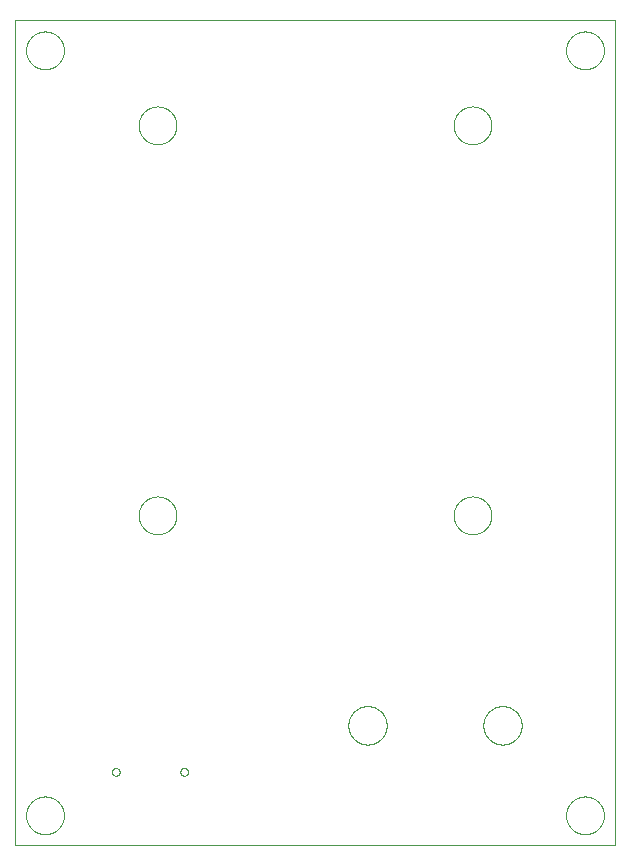
<source format=gbo>
G75*
%MOIN*%
%OFA0B0*%
%FSLAX25Y25*%
%IPPOS*%
%LPD*%
%AMOC8*
5,1,8,0,0,1.08239X$1,22.5*
%
%ADD10C,0.00000*%
D10*
X0001400Y0013000D02*
X0001400Y0288000D01*
X0201400Y0288000D01*
X0201400Y0013000D01*
X0001400Y0013000D01*
X0005101Y0023000D02*
X0005103Y0023158D01*
X0005109Y0023316D01*
X0005119Y0023474D01*
X0005133Y0023632D01*
X0005151Y0023789D01*
X0005172Y0023946D01*
X0005198Y0024102D01*
X0005228Y0024258D01*
X0005261Y0024413D01*
X0005299Y0024566D01*
X0005340Y0024719D01*
X0005385Y0024871D01*
X0005434Y0025022D01*
X0005487Y0025171D01*
X0005543Y0025319D01*
X0005603Y0025465D01*
X0005667Y0025610D01*
X0005735Y0025753D01*
X0005806Y0025895D01*
X0005880Y0026035D01*
X0005958Y0026172D01*
X0006040Y0026308D01*
X0006124Y0026442D01*
X0006213Y0026573D01*
X0006304Y0026702D01*
X0006399Y0026829D01*
X0006496Y0026954D01*
X0006597Y0027076D01*
X0006701Y0027195D01*
X0006808Y0027312D01*
X0006918Y0027426D01*
X0007031Y0027537D01*
X0007146Y0027646D01*
X0007264Y0027751D01*
X0007385Y0027853D01*
X0007508Y0027953D01*
X0007634Y0028049D01*
X0007762Y0028142D01*
X0007892Y0028232D01*
X0008025Y0028318D01*
X0008160Y0028402D01*
X0008296Y0028481D01*
X0008435Y0028558D01*
X0008576Y0028630D01*
X0008718Y0028700D01*
X0008862Y0028765D01*
X0009008Y0028827D01*
X0009155Y0028885D01*
X0009304Y0028940D01*
X0009454Y0028991D01*
X0009605Y0029038D01*
X0009757Y0029081D01*
X0009910Y0029120D01*
X0010065Y0029156D01*
X0010220Y0029187D01*
X0010376Y0029215D01*
X0010532Y0029239D01*
X0010689Y0029259D01*
X0010847Y0029275D01*
X0011004Y0029287D01*
X0011163Y0029295D01*
X0011321Y0029299D01*
X0011479Y0029299D01*
X0011637Y0029295D01*
X0011796Y0029287D01*
X0011953Y0029275D01*
X0012111Y0029259D01*
X0012268Y0029239D01*
X0012424Y0029215D01*
X0012580Y0029187D01*
X0012735Y0029156D01*
X0012890Y0029120D01*
X0013043Y0029081D01*
X0013195Y0029038D01*
X0013346Y0028991D01*
X0013496Y0028940D01*
X0013645Y0028885D01*
X0013792Y0028827D01*
X0013938Y0028765D01*
X0014082Y0028700D01*
X0014224Y0028630D01*
X0014365Y0028558D01*
X0014504Y0028481D01*
X0014640Y0028402D01*
X0014775Y0028318D01*
X0014908Y0028232D01*
X0015038Y0028142D01*
X0015166Y0028049D01*
X0015292Y0027953D01*
X0015415Y0027853D01*
X0015536Y0027751D01*
X0015654Y0027646D01*
X0015769Y0027537D01*
X0015882Y0027426D01*
X0015992Y0027312D01*
X0016099Y0027195D01*
X0016203Y0027076D01*
X0016304Y0026954D01*
X0016401Y0026829D01*
X0016496Y0026702D01*
X0016587Y0026573D01*
X0016676Y0026442D01*
X0016760Y0026308D01*
X0016842Y0026172D01*
X0016920Y0026035D01*
X0016994Y0025895D01*
X0017065Y0025753D01*
X0017133Y0025610D01*
X0017197Y0025465D01*
X0017257Y0025319D01*
X0017313Y0025171D01*
X0017366Y0025022D01*
X0017415Y0024871D01*
X0017460Y0024719D01*
X0017501Y0024566D01*
X0017539Y0024413D01*
X0017572Y0024258D01*
X0017602Y0024102D01*
X0017628Y0023946D01*
X0017649Y0023789D01*
X0017667Y0023632D01*
X0017681Y0023474D01*
X0017691Y0023316D01*
X0017697Y0023158D01*
X0017699Y0023000D01*
X0017697Y0022842D01*
X0017691Y0022684D01*
X0017681Y0022526D01*
X0017667Y0022368D01*
X0017649Y0022211D01*
X0017628Y0022054D01*
X0017602Y0021898D01*
X0017572Y0021742D01*
X0017539Y0021587D01*
X0017501Y0021434D01*
X0017460Y0021281D01*
X0017415Y0021129D01*
X0017366Y0020978D01*
X0017313Y0020829D01*
X0017257Y0020681D01*
X0017197Y0020535D01*
X0017133Y0020390D01*
X0017065Y0020247D01*
X0016994Y0020105D01*
X0016920Y0019965D01*
X0016842Y0019828D01*
X0016760Y0019692D01*
X0016676Y0019558D01*
X0016587Y0019427D01*
X0016496Y0019298D01*
X0016401Y0019171D01*
X0016304Y0019046D01*
X0016203Y0018924D01*
X0016099Y0018805D01*
X0015992Y0018688D01*
X0015882Y0018574D01*
X0015769Y0018463D01*
X0015654Y0018354D01*
X0015536Y0018249D01*
X0015415Y0018147D01*
X0015292Y0018047D01*
X0015166Y0017951D01*
X0015038Y0017858D01*
X0014908Y0017768D01*
X0014775Y0017682D01*
X0014640Y0017598D01*
X0014504Y0017519D01*
X0014365Y0017442D01*
X0014224Y0017370D01*
X0014082Y0017300D01*
X0013938Y0017235D01*
X0013792Y0017173D01*
X0013645Y0017115D01*
X0013496Y0017060D01*
X0013346Y0017009D01*
X0013195Y0016962D01*
X0013043Y0016919D01*
X0012890Y0016880D01*
X0012735Y0016844D01*
X0012580Y0016813D01*
X0012424Y0016785D01*
X0012268Y0016761D01*
X0012111Y0016741D01*
X0011953Y0016725D01*
X0011796Y0016713D01*
X0011637Y0016705D01*
X0011479Y0016701D01*
X0011321Y0016701D01*
X0011163Y0016705D01*
X0011004Y0016713D01*
X0010847Y0016725D01*
X0010689Y0016741D01*
X0010532Y0016761D01*
X0010376Y0016785D01*
X0010220Y0016813D01*
X0010065Y0016844D01*
X0009910Y0016880D01*
X0009757Y0016919D01*
X0009605Y0016962D01*
X0009454Y0017009D01*
X0009304Y0017060D01*
X0009155Y0017115D01*
X0009008Y0017173D01*
X0008862Y0017235D01*
X0008718Y0017300D01*
X0008576Y0017370D01*
X0008435Y0017442D01*
X0008296Y0017519D01*
X0008160Y0017598D01*
X0008025Y0017682D01*
X0007892Y0017768D01*
X0007762Y0017858D01*
X0007634Y0017951D01*
X0007508Y0018047D01*
X0007385Y0018147D01*
X0007264Y0018249D01*
X0007146Y0018354D01*
X0007031Y0018463D01*
X0006918Y0018574D01*
X0006808Y0018688D01*
X0006701Y0018805D01*
X0006597Y0018924D01*
X0006496Y0019046D01*
X0006399Y0019171D01*
X0006304Y0019298D01*
X0006213Y0019427D01*
X0006124Y0019558D01*
X0006040Y0019692D01*
X0005958Y0019828D01*
X0005880Y0019965D01*
X0005806Y0020105D01*
X0005735Y0020247D01*
X0005667Y0020390D01*
X0005603Y0020535D01*
X0005543Y0020681D01*
X0005487Y0020829D01*
X0005434Y0020978D01*
X0005385Y0021129D01*
X0005340Y0021281D01*
X0005299Y0021434D01*
X0005261Y0021587D01*
X0005228Y0021742D01*
X0005198Y0021898D01*
X0005172Y0022054D01*
X0005151Y0022211D01*
X0005133Y0022368D01*
X0005119Y0022526D01*
X0005109Y0022684D01*
X0005103Y0022842D01*
X0005101Y0023000D01*
X0033742Y0037488D02*
X0033744Y0037559D01*
X0033750Y0037630D01*
X0033760Y0037701D01*
X0033774Y0037770D01*
X0033791Y0037839D01*
X0033813Y0037907D01*
X0033838Y0037974D01*
X0033867Y0038039D01*
X0033899Y0038102D01*
X0033935Y0038164D01*
X0033974Y0038223D01*
X0034017Y0038280D01*
X0034062Y0038335D01*
X0034111Y0038387D01*
X0034162Y0038436D01*
X0034216Y0038482D01*
X0034273Y0038526D01*
X0034331Y0038566D01*
X0034392Y0038602D01*
X0034455Y0038636D01*
X0034520Y0038665D01*
X0034586Y0038691D01*
X0034654Y0038714D01*
X0034722Y0038732D01*
X0034792Y0038747D01*
X0034862Y0038758D01*
X0034933Y0038765D01*
X0035004Y0038768D01*
X0035075Y0038767D01*
X0035146Y0038762D01*
X0035217Y0038753D01*
X0035287Y0038740D01*
X0035356Y0038724D01*
X0035424Y0038703D01*
X0035491Y0038679D01*
X0035557Y0038651D01*
X0035620Y0038619D01*
X0035682Y0038584D01*
X0035742Y0038546D01*
X0035800Y0038504D01*
X0035855Y0038460D01*
X0035908Y0038412D01*
X0035958Y0038361D01*
X0036005Y0038308D01*
X0036049Y0038252D01*
X0036090Y0038194D01*
X0036128Y0038133D01*
X0036162Y0038071D01*
X0036192Y0038006D01*
X0036219Y0037941D01*
X0036243Y0037873D01*
X0036262Y0037805D01*
X0036278Y0037736D01*
X0036290Y0037665D01*
X0036298Y0037595D01*
X0036302Y0037524D01*
X0036302Y0037452D01*
X0036298Y0037381D01*
X0036290Y0037311D01*
X0036278Y0037240D01*
X0036262Y0037171D01*
X0036243Y0037103D01*
X0036219Y0037035D01*
X0036192Y0036970D01*
X0036162Y0036905D01*
X0036128Y0036843D01*
X0036090Y0036782D01*
X0036049Y0036724D01*
X0036005Y0036668D01*
X0035958Y0036615D01*
X0035908Y0036564D01*
X0035855Y0036516D01*
X0035800Y0036472D01*
X0035742Y0036430D01*
X0035682Y0036392D01*
X0035620Y0036357D01*
X0035557Y0036325D01*
X0035491Y0036297D01*
X0035424Y0036273D01*
X0035356Y0036252D01*
X0035287Y0036236D01*
X0035217Y0036223D01*
X0035146Y0036214D01*
X0035075Y0036209D01*
X0035004Y0036208D01*
X0034933Y0036211D01*
X0034862Y0036218D01*
X0034792Y0036229D01*
X0034722Y0036244D01*
X0034654Y0036262D01*
X0034586Y0036285D01*
X0034520Y0036311D01*
X0034455Y0036340D01*
X0034392Y0036374D01*
X0034331Y0036410D01*
X0034273Y0036450D01*
X0034216Y0036494D01*
X0034162Y0036540D01*
X0034111Y0036589D01*
X0034062Y0036641D01*
X0034017Y0036696D01*
X0033974Y0036753D01*
X0033935Y0036812D01*
X0033899Y0036874D01*
X0033867Y0036937D01*
X0033838Y0037002D01*
X0033813Y0037069D01*
X0033791Y0037137D01*
X0033774Y0037206D01*
X0033760Y0037275D01*
X0033750Y0037346D01*
X0033744Y0037417D01*
X0033742Y0037488D01*
X0056498Y0037488D02*
X0056500Y0037559D01*
X0056506Y0037630D01*
X0056516Y0037701D01*
X0056530Y0037770D01*
X0056547Y0037839D01*
X0056569Y0037907D01*
X0056594Y0037974D01*
X0056623Y0038039D01*
X0056655Y0038102D01*
X0056691Y0038164D01*
X0056730Y0038223D01*
X0056773Y0038280D01*
X0056818Y0038335D01*
X0056867Y0038387D01*
X0056918Y0038436D01*
X0056972Y0038482D01*
X0057029Y0038526D01*
X0057087Y0038566D01*
X0057148Y0038602D01*
X0057211Y0038636D01*
X0057276Y0038665D01*
X0057342Y0038691D01*
X0057410Y0038714D01*
X0057478Y0038732D01*
X0057548Y0038747D01*
X0057618Y0038758D01*
X0057689Y0038765D01*
X0057760Y0038768D01*
X0057831Y0038767D01*
X0057902Y0038762D01*
X0057973Y0038753D01*
X0058043Y0038740D01*
X0058112Y0038724D01*
X0058180Y0038703D01*
X0058247Y0038679D01*
X0058313Y0038651D01*
X0058376Y0038619D01*
X0058438Y0038584D01*
X0058498Y0038546D01*
X0058556Y0038504D01*
X0058611Y0038460D01*
X0058664Y0038412D01*
X0058714Y0038361D01*
X0058761Y0038308D01*
X0058805Y0038252D01*
X0058846Y0038194D01*
X0058884Y0038133D01*
X0058918Y0038071D01*
X0058948Y0038006D01*
X0058975Y0037941D01*
X0058999Y0037873D01*
X0059018Y0037805D01*
X0059034Y0037736D01*
X0059046Y0037665D01*
X0059054Y0037595D01*
X0059058Y0037524D01*
X0059058Y0037452D01*
X0059054Y0037381D01*
X0059046Y0037311D01*
X0059034Y0037240D01*
X0059018Y0037171D01*
X0058999Y0037103D01*
X0058975Y0037035D01*
X0058948Y0036970D01*
X0058918Y0036905D01*
X0058884Y0036843D01*
X0058846Y0036782D01*
X0058805Y0036724D01*
X0058761Y0036668D01*
X0058714Y0036615D01*
X0058664Y0036564D01*
X0058611Y0036516D01*
X0058556Y0036472D01*
X0058498Y0036430D01*
X0058438Y0036392D01*
X0058376Y0036357D01*
X0058313Y0036325D01*
X0058247Y0036297D01*
X0058180Y0036273D01*
X0058112Y0036252D01*
X0058043Y0036236D01*
X0057973Y0036223D01*
X0057902Y0036214D01*
X0057831Y0036209D01*
X0057760Y0036208D01*
X0057689Y0036211D01*
X0057618Y0036218D01*
X0057548Y0036229D01*
X0057478Y0036244D01*
X0057410Y0036262D01*
X0057342Y0036285D01*
X0057276Y0036311D01*
X0057211Y0036340D01*
X0057148Y0036374D01*
X0057087Y0036410D01*
X0057029Y0036450D01*
X0056972Y0036494D01*
X0056918Y0036540D01*
X0056867Y0036589D01*
X0056818Y0036641D01*
X0056773Y0036696D01*
X0056730Y0036753D01*
X0056691Y0036812D01*
X0056655Y0036874D01*
X0056623Y0036937D01*
X0056594Y0037002D01*
X0056569Y0037069D01*
X0056547Y0037137D01*
X0056530Y0037206D01*
X0056516Y0037275D01*
X0056506Y0037346D01*
X0056500Y0037417D01*
X0056498Y0037488D01*
X0112502Y0053000D02*
X0112504Y0053160D01*
X0112510Y0053319D01*
X0112520Y0053478D01*
X0112534Y0053637D01*
X0112552Y0053796D01*
X0112573Y0053954D01*
X0112599Y0054111D01*
X0112629Y0054268D01*
X0112662Y0054424D01*
X0112700Y0054579D01*
X0112741Y0054733D01*
X0112786Y0054886D01*
X0112835Y0055038D01*
X0112888Y0055188D01*
X0112944Y0055337D01*
X0113004Y0055485D01*
X0113068Y0055631D01*
X0113136Y0055776D01*
X0113207Y0055919D01*
X0113281Y0056060D01*
X0113359Y0056199D01*
X0113441Y0056336D01*
X0113526Y0056471D01*
X0113614Y0056604D01*
X0113705Y0056735D01*
X0113800Y0056863D01*
X0113898Y0056989D01*
X0113999Y0057113D01*
X0114103Y0057233D01*
X0114210Y0057352D01*
X0114320Y0057467D01*
X0114433Y0057580D01*
X0114548Y0057690D01*
X0114667Y0057797D01*
X0114787Y0057901D01*
X0114911Y0058002D01*
X0115037Y0058100D01*
X0115165Y0058195D01*
X0115296Y0058286D01*
X0115429Y0058374D01*
X0115564Y0058459D01*
X0115701Y0058541D01*
X0115840Y0058619D01*
X0115981Y0058693D01*
X0116124Y0058764D01*
X0116269Y0058832D01*
X0116415Y0058896D01*
X0116563Y0058956D01*
X0116712Y0059012D01*
X0116862Y0059065D01*
X0117014Y0059114D01*
X0117167Y0059159D01*
X0117321Y0059200D01*
X0117476Y0059238D01*
X0117632Y0059271D01*
X0117789Y0059301D01*
X0117946Y0059327D01*
X0118104Y0059348D01*
X0118263Y0059366D01*
X0118422Y0059380D01*
X0118581Y0059390D01*
X0118740Y0059396D01*
X0118900Y0059398D01*
X0119060Y0059396D01*
X0119219Y0059390D01*
X0119378Y0059380D01*
X0119537Y0059366D01*
X0119696Y0059348D01*
X0119854Y0059327D01*
X0120011Y0059301D01*
X0120168Y0059271D01*
X0120324Y0059238D01*
X0120479Y0059200D01*
X0120633Y0059159D01*
X0120786Y0059114D01*
X0120938Y0059065D01*
X0121088Y0059012D01*
X0121237Y0058956D01*
X0121385Y0058896D01*
X0121531Y0058832D01*
X0121676Y0058764D01*
X0121819Y0058693D01*
X0121960Y0058619D01*
X0122099Y0058541D01*
X0122236Y0058459D01*
X0122371Y0058374D01*
X0122504Y0058286D01*
X0122635Y0058195D01*
X0122763Y0058100D01*
X0122889Y0058002D01*
X0123013Y0057901D01*
X0123133Y0057797D01*
X0123252Y0057690D01*
X0123367Y0057580D01*
X0123480Y0057467D01*
X0123590Y0057352D01*
X0123697Y0057233D01*
X0123801Y0057113D01*
X0123902Y0056989D01*
X0124000Y0056863D01*
X0124095Y0056735D01*
X0124186Y0056604D01*
X0124274Y0056471D01*
X0124359Y0056336D01*
X0124441Y0056199D01*
X0124519Y0056060D01*
X0124593Y0055919D01*
X0124664Y0055776D01*
X0124732Y0055631D01*
X0124796Y0055485D01*
X0124856Y0055337D01*
X0124912Y0055188D01*
X0124965Y0055038D01*
X0125014Y0054886D01*
X0125059Y0054733D01*
X0125100Y0054579D01*
X0125138Y0054424D01*
X0125171Y0054268D01*
X0125201Y0054111D01*
X0125227Y0053954D01*
X0125248Y0053796D01*
X0125266Y0053637D01*
X0125280Y0053478D01*
X0125290Y0053319D01*
X0125296Y0053160D01*
X0125298Y0053000D01*
X0125296Y0052840D01*
X0125290Y0052681D01*
X0125280Y0052522D01*
X0125266Y0052363D01*
X0125248Y0052204D01*
X0125227Y0052046D01*
X0125201Y0051889D01*
X0125171Y0051732D01*
X0125138Y0051576D01*
X0125100Y0051421D01*
X0125059Y0051267D01*
X0125014Y0051114D01*
X0124965Y0050962D01*
X0124912Y0050812D01*
X0124856Y0050663D01*
X0124796Y0050515D01*
X0124732Y0050369D01*
X0124664Y0050224D01*
X0124593Y0050081D01*
X0124519Y0049940D01*
X0124441Y0049801D01*
X0124359Y0049664D01*
X0124274Y0049529D01*
X0124186Y0049396D01*
X0124095Y0049265D01*
X0124000Y0049137D01*
X0123902Y0049011D01*
X0123801Y0048887D01*
X0123697Y0048767D01*
X0123590Y0048648D01*
X0123480Y0048533D01*
X0123367Y0048420D01*
X0123252Y0048310D01*
X0123133Y0048203D01*
X0123013Y0048099D01*
X0122889Y0047998D01*
X0122763Y0047900D01*
X0122635Y0047805D01*
X0122504Y0047714D01*
X0122371Y0047626D01*
X0122236Y0047541D01*
X0122099Y0047459D01*
X0121960Y0047381D01*
X0121819Y0047307D01*
X0121676Y0047236D01*
X0121531Y0047168D01*
X0121385Y0047104D01*
X0121237Y0047044D01*
X0121088Y0046988D01*
X0120938Y0046935D01*
X0120786Y0046886D01*
X0120633Y0046841D01*
X0120479Y0046800D01*
X0120324Y0046762D01*
X0120168Y0046729D01*
X0120011Y0046699D01*
X0119854Y0046673D01*
X0119696Y0046652D01*
X0119537Y0046634D01*
X0119378Y0046620D01*
X0119219Y0046610D01*
X0119060Y0046604D01*
X0118900Y0046602D01*
X0118740Y0046604D01*
X0118581Y0046610D01*
X0118422Y0046620D01*
X0118263Y0046634D01*
X0118104Y0046652D01*
X0117946Y0046673D01*
X0117789Y0046699D01*
X0117632Y0046729D01*
X0117476Y0046762D01*
X0117321Y0046800D01*
X0117167Y0046841D01*
X0117014Y0046886D01*
X0116862Y0046935D01*
X0116712Y0046988D01*
X0116563Y0047044D01*
X0116415Y0047104D01*
X0116269Y0047168D01*
X0116124Y0047236D01*
X0115981Y0047307D01*
X0115840Y0047381D01*
X0115701Y0047459D01*
X0115564Y0047541D01*
X0115429Y0047626D01*
X0115296Y0047714D01*
X0115165Y0047805D01*
X0115037Y0047900D01*
X0114911Y0047998D01*
X0114787Y0048099D01*
X0114667Y0048203D01*
X0114548Y0048310D01*
X0114433Y0048420D01*
X0114320Y0048533D01*
X0114210Y0048648D01*
X0114103Y0048767D01*
X0113999Y0048887D01*
X0113898Y0049011D01*
X0113800Y0049137D01*
X0113705Y0049265D01*
X0113614Y0049396D01*
X0113526Y0049529D01*
X0113441Y0049664D01*
X0113359Y0049801D01*
X0113281Y0049940D01*
X0113207Y0050081D01*
X0113136Y0050224D01*
X0113068Y0050369D01*
X0113004Y0050515D01*
X0112944Y0050663D01*
X0112888Y0050812D01*
X0112835Y0050962D01*
X0112786Y0051114D01*
X0112741Y0051267D01*
X0112700Y0051421D01*
X0112662Y0051576D01*
X0112629Y0051732D01*
X0112599Y0051889D01*
X0112573Y0052046D01*
X0112552Y0052204D01*
X0112534Y0052363D01*
X0112520Y0052522D01*
X0112510Y0052681D01*
X0112504Y0052840D01*
X0112502Y0053000D01*
X0147601Y0123000D02*
X0147603Y0123158D01*
X0147609Y0123316D01*
X0147619Y0123474D01*
X0147633Y0123632D01*
X0147651Y0123789D01*
X0147672Y0123946D01*
X0147698Y0124102D01*
X0147728Y0124258D01*
X0147761Y0124413D01*
X0147799Y0124566D01*
X0147840Y0124719D01*
X0147885Y0124871D01*
X0147934Y0125022D01*
X0147987Y0125171D01*
X0148043Y0125319D01*
X0148103Y0125465D01*
X0148167Y0125610D01*
X0148235Y0125753D01*
X0148306Y0125895D01*
X0148380Y0126035D01*
X0148458Y0126172D01*
X0148540Y0126308D01*
X0148624Y0126442D01*
X0148713Y0126573D01*
X0148804Y0126702D01*
X0148899Y0126829D01*
X0148996Y0126954D01*
X0149097Y0127076D01*
X0149201Y0127195D01*
X0149308Y0127312D01*
X0149418Y0127426D01*
X0149531Y0127537D01*
X0149646Y0127646D01*
X0149764Y0127751D01*
X0149885Y0127853D01*
X0150008Y0127953D01*
X0150134Y0128049D01*
X0150262Y0128142D01*
X0150392Y0128232D01*
X0150525Y0128318D01*
X0150660Y0128402D01*
X0150796Y0128481D01*
X0150935Y0128558D01*
X0151076Y0128630D01*
X0151218Y0128700D01*
X0151362Y0128765D01*
X0151508Y0128827D01*
X0151655Y0128885D01*
X0151804Y0128940D01*
X0151954Y0128991D01*
X0152105Y0129038D01*
X0152257Y0129081D01*
X0152410Y0129120D01*
X0152565Y0129156D01*
X0152720Y0129187D01*
X0152876Y0129215D01*
X0153032Y0129239D01*
X0153189Y0129259D01*
X0153347Y0129275D01*
X0153504Y0129287D01*
X0153663Y0129295D01*
X0153821Y0129299D01*
X0153979Y0129299D01*
X0154137Y0129295D01*
X0154296Y0129287D01*
X0154453Y0129275D01*
X0154611Y0129259D01*
X0154768Y0129239D01*
X0154924Y0129215D01*
X0155080Y0129187D01*
X0155235Y0129156D01*
X0155390Y0129120D01*
X0155543Y0129081D01*
X0155695Y0129038D01*
X0155846Y0128991D01*
X0155996Y0128940D01*
X0156145Y0128885D01*
X0156292Y0128827D01*
X0156438Y0128765D01*
X0156582Y0128700D01*
X0156724Y0128630D01*
X0156865Y0128558D01*
X0157004Y0128481D01*
X0157140Y0128402D01*
X0157275Y0128318D01*
X0157408Y0128232D01*
X0157538Y0128142D01*
X0157666Y0128049D01*
X0157792Y0127953D01*
X0157915Y0127853D01*
X0158036Y0127751D01*
X0158154Y0127646D01*
X0158269Y0127537D01*
X0158382Y0127426D01*
X0158492Y0127312D01*
X0158599Y0127195D01*
X0158703Y0127076D01*
X0158804Y0126954D01*
X0158901Y0126829D01*
X0158996Y0126702D01*
X0159087Y0126573D01*
X0159176Y0126442D01*
X0159260Y0126308D01*
X0159342Y0126172D01*
X0159420Y0126035D01*
X0159494Y0125895D01*
X0159565Y0125753D01*
X0159633Y0125610D01*
X0159697Y0125465D01*
X0159757Y0125319D01*
X0159813Y0125171D01*
X0159866Y0125022D01*
X0159915Y0124871D01*
X0159960Y0124719D01*
X0160001Y0124566D01*
X0160039Y0124413D01*
X0160072Y0124258D01*
X0160102Y0124102D01*
X0160128Y0123946D01*
X0160149Y0123789D01*
X0160167Y0123632D01*
X0160181Y0123474D01*
X0160191Y0123316D01*
X0160197Y0123158D01*
X0160199Y0123000D01*
X0160197Y0122842D01*
X0160191Y0122684D01*
X0160181Y0122526D01*
X0160167Y0122368D01*
X0160149Y0122211D01*
X0160128Y0122054D01*
X0160102Y0121898D01*
X0160072Y0121742D01*
X0160039Y0121587D01*
X0160001Y0121434D01*
X0159960Y0121281D01*
X0159915Y0121129D01*
X0159866Y0120978D01*
X0159813Y0120829D01*
X0159757Y0120681D01*
X0159697Y0120535D01*
X0159633Y0120390D01*
X0159565Y0120247D01*
X0159494Y0120105D01*
X0159420Y0119965D01*
X0159342Y0119828D01*
X0159260Y0119692D01*
X0159176Y0119558D01*
X0159087Y0119427D01*
X0158996Y0119298D01*
X0158901Y0119171D01*
X0158804Y0119046D01*
X0158703Y0118924D01*
X0158599Y0118805D01*
X0158492Y0118688D01*
X0158382Y0118574D01*
X0158269Y0118463D01*
X0158154Y0118354D01*
X0158036Y0118249D01*
X0157915Y0118147D01*
X0157792Y0118047D01*
X0157666Y0117951D01*
X0157538Y0117858D01*
X0157408Y0117768D01*
X0157275Y0117682D01*
X0157140Y0117598D01*
X0157004Y0117519D01*
X0156865Y0117442D01*
X0156724Y0117370D01*
X0156582Y0117300D01*
X0156438Y0117235D01*
X0156292Y0117173D01*
X0156145Y0117115D01*
X0155996Y0117060D01*
X0155846Y0117009D01*
X0155695Y0116962D01*
X0155543Y0116919D01*
X0155390Y0116880D01*
X0155235Y0116844D01*
X0155080Y0116813D01*
X0154924Y0116785D01*
X0154768Y0116761D01*
X0154611Y0116741D01*
X0154453Y0116725D01*
X0154296Y0116713D01*
X0154137Y0116705D01*
X0153979Y0116701D01*
X0153821Y0116701D01*
X0153663Y0116705D01*
X0153504Y0116713D01*
X0153347Y0116725D01*
X0153189Y0116741D01*
X0153032Y0116761D01*
X0152876Y0116785D01*
X0152720Y0116813D01*
X0152565Y0116844D01*
X0152410Y0116880D01*
X0152257Y0116919D01*
X0152105Y0116962D01*
X0151954Y0117009D01*
X0151804Y0117060D01*
X0151655Y0117115D01*
X0151508Y0117173D01*
X0151362Y0117235D01*
X0151218Y0117300D01*
X0151076Y0117370D01*
X0150935Y0117442D01*
X0150796Y0117519D01*
X0150660Y0117598D01*
X0150525Y0117682D01*
X0150392Y0117768D01*
X0150262Y0117858D01*
X0150134Y0117951D01*
X0150008Y0118047D01*
X0149885Y0118147D01*
X0149764Y0118249D01*
X0149646Y0118354D01*
X0149531Y0118463D01*
X0149418Y0118574D01*
X0149308Y0118688D01*
X0149201Y0118805D01*
X0149097Y0118924D01*
X0148996Y0119046D01*
X0148899Y0119171D01*
X0148804Y0119298D01*
X0148713Y0119427D01*
X0148624Y0119558D01*
X0148540Y0119692D01*
X0148458Y0119828D01*
X0148380Y0119965D01*
X0148306Y0120105D01*
X0148235Y0120247D01*
X0148167Y0120390D01*
X0148103Y0120535D01*
X0148043Y0120681D01*
X0147987Y0120829D01*
X0147934Y0120978D01*
X0147885Y0121129D01*
X0147840Y0121281D01*
X0147799Y0121434D01*
X0147761Y0121587D01*
X0147728Y0121742D01*
X0147698Y0121898D01*
X0147672Y0122054D01*
X0147651Y0122211D01*
X0147633Y0122368D01*
X0147619Y0122526D01*
X0147609Y0122684D01*
X0147603Y0122842D01*
X0147601Y0123000D01*
X0157502Y0053000D02*
X0157504Y0053160D01*
X0157510Y0053319D01*
X0157520Y0053478D01*
X0157534Y0053637D01*
X0157552Y0053796D01*
X0157573Y0053954D01*
X0157599Y0054111D01*
X0157629Y0054268D01*
X0157662Y0054424D01*
X0157700Y0054579D01*
X0157741Y0054733D01*
X0157786Y0054886D01*
X0157835Y0055038D01*
X0157888Y0055188D01*
X0157944Y0055337D01*
X0158004Y0055485D01*
X0158068Y0055631D01*
X0158136Y0055776D01*
X0158207Y0055919D01*
X0158281Y0056060D01*
X0158359Y0056199D01*
X0158441Y0056336D01*
X0158526Y0056471D01*
X0158614Y0056604D01*
X0158705Y0056735D01*
X0158800Y0056863D01*
X0158898Y0056989D01*
X0158999Y0057113D01*
X0159103Y0057233D01*
X0159210Y0057352D01*
X0159320Y0057467D01*
X0159433Y0057580D01*
X0159548Y0057690D01*
X0159667Y0057797D01*
X0159787Y0057901D01*
X0159911Y0058002D01*
X0160037Y0058100D01*
X0160165Y0058195D01*
X0160296Y0058286D01*
X0160429Y0058374D01*
X0160564Y0058459D01*
X0160701Y0058541D01*
X0160840Y0058619D01*
X0160981Y0058693D01*
X0161124Y0058764D01*
X0161269Y0058832D01*
X0161415Y0058896D01*
X0161563Y0058956D01*
X0161712Y0059012D01*
X0161862Y0059065D01*
X0162014Y0059114D01*
X0162167Y0059159D01*
X0162321Y0059200D01*
X0162476Y0059238D01*
X0162632Y0059271D01*
X0162789Y0059301D01*
X0162946Y0059327D01*
X0163104Y0059348D01*
X0163263Y0059366D01*
X0163422Y0059380D01*
X0163581Y0059390D01*
X0163740Y0059396D01*
X0163900Y0059398D01*
X0164060Y0059396D01*
X0164219Y0059390D01*
X0164378Y0059380D01*
X0164537Y0059366D01*
X0164696Y0059348D01*
X0164854Y0059327D01*
X0165011Y0059301D01*
X0165168Y0059271D01*
X0165324Y0059238D01*
X0165479Y0059200D01*
X0165633Y0059159D01*
X0165786Y0059114D01*
X0165938Y0059065D01*
X0166088Y0059012D01*
X0166237Y0058956D01*
X0166385Y0058896D01*
X0166531Y0058832D01*
X0166676Y0058764D01*
X0166819Y0058693D01*
X0166960Y0058619D01*
X0167099Y0058541D01*
X0167236Y0058459D01*
X0167371Y0058374D01*
X0167504Y0058286D01*
X0167635Y0058195D01*
X0167763Y0058100D01*
X0167889Y0058002D01*
X0168013Y0057901D01*
X0168133Y0057797D01*
X0168252Y0057690D01*
X0168367Y0057580D01*
X0168480Y0057467D01*
X0168590Y0057352D01*
X0168697Y0057233D01*
X0168801Y0057113D01*
X0168902Y0056989D01*
X0169000Y0056863D01*
X0169095Y0056735D01*
X0169186Y0056604D01*
X0169274Y0056471D01*
X0169359Y0056336D01*
X0169441Y0056199D01*
X0169519Y0056060D01*
X0169593Y0055919D01*
X0169664Y0055776D01*
X0169732Y0055631D01*
X0169796Y0055485D01*
X0169856Y0055337D01*
X0169912Y0055188D01*
X0169965Y0055038D01*
X0170014Y0054886D01*
X0170059Y0054733D01*
X0170100Y0054579D01*
X0170138Y0054424D01*
X0170171Y0054268D01*
X0170201Y0054111D01*
X0170227Y0053954D01*
X0170248Y0053796D01*
X0170266Y0053637D01*
X0170280Y0053478D01*
X0170290Y0053319D01*
X0170296Y0053160D01*
X0170298Y0053000D01*
X0170296Y0052840D01*
X0170290Y0052681D01*
X0170280Y0052522D01*
X0170266Y0052363D01*
X0170248Y0052204D01*
X0170227Y0052046D01*
X0170201Y0051889D01*
X0170171Y0051732D01*
X0170138Y0051576D01*
X0170100Y0051421D01*
X0170059Y0051267D01*
X0170014Y0051114D01*
X0169965Y0050962D01*
X0169912Y0050812D01*
X0169856Y0050663D01*
X0169796Y0050515D01*
X0169732Y0050369D01*
X0169664Y0050224D01*
X0169593Y0050081D01*
X0169519Y0049940D01*
X0169441Y0049801D01*
X0169359Y0049664D01*
X0169274Y0049529D01*
X0169186Y0049396D01*
X0169095Y0049265D01*
X0169000Y0049137D01*
X0168902Y0049011D01*
X0168801Y0048887D01*
X0168697Y0048767D01*
X0168590Y0048648D01*
X0168480Y0048533D01*
X0168367Y0048420D01*
X0168252Y0048310D01*
X0168133Y0048203D01*
X0168013Y0048099D01*
X0167889Y0047998D01*
X0167763Y0047900D01*
X0167635Y0047805D01*
X0167504Y0047714D01*
X0167371Y0047626D01*
X0167236Y0047541D01*
X0167099Y0047459D01*
X0166960Y0047381D01*
X0166819Y0047307D01*
X0166676Y0047236D01*
X0166531Y0047168D01*
X0166385Y0047104D01*
X0166237Y0047044D01*
X0166088Y0046988D01*
X0165938Y0046935D01*
X0165786Y0046886D01*
X0165633Y0046841D01*
X0165479Y0046800D01*
X0165324Y0046762D01*
X0165168Y0046729D01*
X0165011Y0046699D01*
X0164854Y0046673D01*
X0164696Y0046652D01*
X0164537Y0046634D01*
X0164378Y0046620D01*
X0164219Y0046610D01*
X0164060Y0046604D01*
X0163900Y0046602D01*
X0163740Y0046604D01*
X0163581Y0046610D01*
X0163422Y0046620D01*
X0163263Y0046634D01*
X0163104Y0046652D01*
X0162946Y0046673D01*
X0162789Y0046699D01*
X0162632Y0046729D01*
X0162476Y0046762D01*
X0162321Y0046800D01*
X0162167Y0046841D01*
X0162014Y0046886D01*
X0161862Y0046935D01*
X0161712Y0046988D01*
X0161563Y0047044D01*
X0161415Y0047104D01*
X0161269Y0047168D01*
X0161124Y0047236D01*
X0160981Y0047307D01*
X0160840Y0047381D01*
X0160701Y0047459D01*
X0160564Y0047541D01*
X0160429Y0047626D01*
X0160296Y0047714D01*
X0160165Y0047805D01*
X0160037Y0047900D01*
X0159911Y0047998D01*
X0159787Y0048099D01*
X0159667Y0048203D01*
X0159548Y0048310D01*
X0159433Y0048420D01*
X0159320Y0048533D01*
X0159210Y0048648D01*
X0159103Y0048767D01*
X0158999Y0048887D01*
X0158898Y0049011D01*
X0158800Y0049137D01*
X0158705Y0049265D01*
X0158614Y0049396D01*
X0158526Y0049529D01*
X0158441Y0049664D01*
X0158359Y0049801D01*
X0158281Y0049940D01*
X0158207Y0050081D01*
X0158136Y0050224D01*
X0158068Y0050369D01*
X0158004Y0050515D01*
X0157944Y0050663D01*
X0157888Y0050812D01*
X0157835Y0050962D01*
X0157786Y0051114D01*
X0157741Y0051267D01*
X0157700Y0051421D01*
X0157662Y0051576D01*
X0157629Y0051732D01*
X0157599Y0051889D01*
X0157573Y0052046D01*
X0157552Y0052204D01*
X0157534Y0052363D01*
X0157520Y0052522D01*
X0157510Y0052681D01*
X0157504Y0052840D01*
X0157502Y0053000D01*
X0185101Y0023000D02*
X0185103Y0023158D01*
X0185109Y0023316D01*
X0185119Y0023474D01*
X0185133Y0023632D01*
X0185151Y0023789D01*
X0185172Y0023946D01*
X0185198Y0024102D01*
X0185228Y0024258D01*
X0185261Y0024413D01*
X0185299Y0024566D01*
X0185340Y0024719D01*
X0185385Y0024871D01*
X0185434Y0025022D01*
X0185487Y0025171D01*
X0185543Y0025319D01*
X0185603Y0025465D01*
X0185667Y0025610D01*
X0185735Y0025753D01*
X0185806Y0025895D01*
X0185880Y0026035D01*
X0185958Y0026172D01*
X0186040Y0026308D01*
X0186124Y0026442D01*
X0186213Y0026573D01*
X0186304Y0026702D01*
X0186399Y0026829D01*
X0186496Y0026954D01*
X0186597Y0027076D01*
X0186701Y0027195D01*
X0186808Y0027312D01*
X0186918Y0027426D01*
X0187031Y0027537D01*
X0187146Y0027646D01*
X0187264Y0027751D01*
X0187385Y0027853D01*
X0187508Y0027953D01*
X0187634Y0028049D01*
X0187762Y0028142D01*
X0187892Y0028232D01*
X0188025Y0028318D01*
X0188160Y0028402D01*
X0188296Y0028481D01*
X0188435Y0028558D01*
X0188576Y0028630D01*
X0188718Y0028700D01*
X0188862Y0028765D01*
X0189008Y0028827D01*
X0189155Y0028885D01*
X0189304Y0028940D01*
X0189454Y0028991D01*
X0189605Y0029038D01*
X0189757Y0029081D01*
X0189910Y0029120D01*
X0190065Y0029156D01*
X0190220Y0029187D01*
X0190376Y0029215D01*
X0190532Y0029239D01*
X0190689Y0029259D01*
X0190847Y0029275D01*
X0191004Y0029287D01*
X0191163Y0029295D01*
X0191321Y0029299D01*
X0191479Y0029299D01*
X0191637Y0029295D01*
X0191796Y0029287D01*
X0191953Y0029275D01*
X0192111Y0029259D01*
X0192268Y0029239D01*
X0192424Y0029215D01*
X0192580Y0029187D01*
X0192735Y0029156D01*
X0192890Y0029120D01*
X0193043Y0029081D01*
X0193195Y0029038D01*
X0193346Y0028991D01*
X0193496Y0028940D01*
X0193645Y0028885D01*
X0193792Y0028827D01*
X0193938Y0028765D01*
X0194082Y0028700D01*
X0194224Y0028630D01*
X0194365Y0028558D01*
X0194504Y0028481D01*
X0194640Y0028402D01*
X0194775Y0028318D01*
X0194908Y0028232D01*
X0195038Y0028142D01*
X0195166Y0028049D01*
X0195292Y0027953D01*
X0195415Y0027853D01*
X0195536Y0027751D01*
X0195654Y0027646D01*
X0195769Y0027537D01*
X0195882Y0027426D01*
X0195992Y0027312D01*
X0196099Y0027195D01*
X0196203Y0027076D01*
X0196304Y0026954D01*
X0196401Y0026829D01*
X0196496Y0026702D01*
X0196587Y0026573D01*
X0196676Y0026442D01*
X0196760Y0026308D01*
X0196842Y0026172D01*
X0196920Y0026035D01*
X0196994Y0025895D01*
X0197065Y0025753D01*
X0197133Y0025610D01*
X0197197Y0025465D01*
X0197257Y0025319D01*
X0197313Y0025171D01*
X0197366Y0025022D01*
X0197415Y0024871D01*
X0197460Y0024719D01*
X0197501Y0024566D01*
X0197539Y0024413D01*
X0197572Y0024258D01*
X0197602Y0024102D01*
X0197628Y0023946D01*
X0197649Y0023789D01*
X0197667Y0023632D01*
X0197681Y0023474D01*
X0197691Y0023316D01*
X0197697Y0023158D01*
X0197699Y0023000D01*
X0197697Y0022842D01*
X0197691Y0022684D01*
X0197681Y0022526D01*
X0197667Y0022368D01*
X0197649Y0022211D01*
X0197628Y0022054D01*
X0197602Y0021898D01*
X0197572Y0021742D01*
X0197539Y0021587D01*
X0197501Y0021434D01*
X0197460Y0021281D01*
X0197415Y0021129D01*
X0197366Y0020978D01*
X0197313Y0020829D01*
X0197257Y0020681D01*
X0197197Y0020535D01*
X0197133Y0020390D01*
X0197065Y0020247D01*
X0196994Y0020105D01*
X0196920Y0019965D01*
X0196842Y0019828D01*
X0196760Y0019692D01*
X0196676Y0019558D01*
X0196587Y0019427D01*
X0196496Y0019298D01*
X0196401Y0019171D01*
X0196304Y0019046D01*
X0196203Y0018924D01*
X0196099Y0018805D01*
X0195992Y0018688D01*
X0195882Y0018574D01*
X0195769Y0018463D01*
X0195654Y0018354D01*
X0195536Y0018249D01*
X0195415Y0018147D01*
X0195292Y0018047D01*
X0195166Y0017951D01*
X0195038Y0017858D01*
X0194908Y0017768D01*
X0194775Y0017682D01*
X0194640Y0017598D01*
X0194504Y0017519D01*
X0194365Y0017442D01*
X0194224Y0017370D01*
X0194082Y0017300D01*
X0193938Y0017235D01*
X0193792Y0017173D01*
X0193645Y0017115D01*
X0193496Y0017060D01*
X0193346Y0017009D01*
X0193195Y0016962D01*
X0193043Y0016919D01*
X0192890Y0016880D01*
X0192735Y0016844D01*
X0192580Y0016813D01*
X0192424Y0016785D01*
X0192268Y0016761D01*
X0192111Y0016741D01*
X0191953Y0016725D01*
X0191796Y0016713D01*
X0191637Y0016705D01*
X0191479Y0016701D01*
X0191321Y0016701D01*
X0191163Y0016705D01*
X0191004Y0016713D01*
X0190847Y0016725D01*
X0190689Y0016741D01*
X0190532Y0016761D01*
X0190376Y0016785D01*
X0190220Y0016813D01*
X0190065Y0016844D01*
X0189910Y0016880D01*
X0189757Y0016919D01*
X0189605Y0016962D01*
X0189454Y0017009D01*
X0189304Y0017060D01*
X0189155Y0017115D01*
X0189008Y0017173D01*
X0188862Y0017235D01*
X0188718Y0017300D01*
X0188576Y0017370D01*
X0188435Y0017442D01*
X0188296Y0017519D01*
X0188160Y0017598D01*
X0188025Y0017682D01*
X0187892Y0017768D01*
X0187762Y0017858D01*
X0187634Y0017951D01*
X0187508Y0018047D01*
X0187385Y0018147D01*
X0187264Y0018249D01*
X0187146Y0018354D01*
X0187031Y0018463D01*
X0186918Y0018574D01*
X0186808Y0018688D01*
X0186701Y0018805D01*
X0186597Y0018924D01*
X0186496Y0019046D01*
X0186399Y0019171D01*
X0186304Y0019298D01*
X0186213Y0019427D01*
X0186124Y0019558D01*
X0186040Y0019692D01*
X0185958Y0019828D01*
X0185880Y0019965D01*
X0185806Y0020105D01*
X0185735Y0020247D01*
X0185667Y0020390D01*
X0185603Y0020535D01*
X0185543Y0020681D01*
X0185487Y0020829D01*
X0185434Y0020978D01*
X0185385Y0021129D01*
X0185340Y0021281D01*
X0185299Y0021434D01*
X0185261Y0021587D01*
X0185228Y0021742D01*
X0185198Y0021898D01*
X0185172Y0022054D01*
X0185151Y0022211D01*
X0185133Y0022368D01*
X0185119Y0022526D01*
X0185109Y0022684D01*
X0185103Y0022842D01*
X0185101Y0023000D01*
X0042601Y0123000D02*
X0042603Y0123158D01*
X0042609Y0123316D01*
X0042619Y0123474D01*
X0042633Y0123632D01*
X0042651Y0123789D01*
X0042672Y0123946D01*
X0042698Y0124102D01*
X0042728Y0124258D01*
X0042761Y0124413D01*
X0042799Y0124566D01*
X0042840Y0124719D01*
X0042885Y0124871D01*
X0042934Y0125022D01*
X0042987Y0125171D01*
X0043043Y0125319D01*
X0043103Y0125465D01*
X0043167Y0125610D01*
X0043235Y0125753D01*
X0043306Y0125895D01*
X0043380Y0126035D01*
X0043458Y0126172D01*
X0043540Y0126308D01*
X0043624Y0126442D01*
X0043713Y0126573D01*
X0043804Y0126702D01*
X0043899Y0126829D01*
X0043996Y0126954D01*
X0044097Y0127076D01*
X0044201Y0127195D01*
X0044308Y0127312D01*
X0044418Y0127426D01*
X0044531Y0127537D01*
X0044646Y0127646D01*
X0044764Y0127751D01*
X0044885Y0127853D01*
X0045008Y0127953D01*
X0045134Y0128049D01*
X0045262Y0128142D01*
X0045392Y0128232D01*
X0045525Y0128318D01*
X0045660Y0128402D01*
X0045796Y0128481D01*
X0045935Y0128558D01*
X0046076Y0128630D01*
X0046218Y0128700D01*
X0046362Y0128765D01*
X0046508Y0128827D01*
X0046655Y0128885D01*
X0046804Y0128940D01*
X0046954Y0128991D01*
X0047105Y0129038D01*
X0047257Y0129081D01*
X0047410Y0129120D01*
X0047565Y0129156D01*
X0047720Y0129187D01*
X0047876Y0129215D01*
X0048032Y0129239D01*
X0048189Y0129259D01*
X0048347Y0129275D01*
X0048504Y0129287D01*
X0048663Y0129295D01*
X0048821Y0129299D01*
X0048979Y0129299D01*
X0049137Y0129295D01*
X0049296Y0129287D01*
X0049453Y0129275D01*
X0049611Y0129259D01*
X0049768Y0129239D01*
X0049924Y0129215D01*
X0050080Y0129187D01*
X0050235Y0129156D01*
X0050390Y0129120D01*
X0050543Y0129081D01*
X0050695Y0129038D01*
X0050846Y0128991D01*
X0050996Y0128940D01*
X0051145Y0128885D01*
X0051292Y0128827D01*
X0051438Y0128765D01*
X0051582Y0128700D01*
X0051724Y0128630D01*
X0051865Y0128558D01*
X0052004Y0128481D01*
X0052140Y0128402D01*
X0052275Y0128318D01*
X0052408Y0128232D01*
X0052538Y0128142D01*
X0052666Y0128049D01*
X0052792Y0127953D01*
X0052915Y0127853D01*
X0053036Y0127751D01*
X0053154Y0127646D01*
X0053269Y0127537D01*
X0053382Y0127426D01*
X0053492Y0127312D01*
X0053599Y0127195D01*
X0053703Y0127076D01*
X0053804Y0126954D01*
X0053901Y0126829D01*
X0053996Y0126702D01*
X0054087Y0126573D01*
X0054176Y0126442D01*
X0054260Y0126308D01*
X0054342Y0126172D01*
X0054420Y0126035D01*
X0054494Y0125895D01*
X0054565Y0125753D01*
X0054633Y0125610D01*
X0054697Y0125465D01*
X0054757Y0125319D01*
X0054813Y0125171D01*
X0054866Y0125022D01*
X0054915Y0124871D01*
X0054960Y0124719D01*
X0055001Y0124566D01*
X0055039Y0124413D01*
X0055072Y0124258D01*
X0055102Y0124102D01*
X0055128Y0123946D01*
X0055149Y0123789D01*
X0055167Y0123632D01*
X0055181Y0123474D01*
X0055191Y0123316D01*
X0055197Y0123158D01*
X0055199Y0123000D01*
X0055197Y0122842D01*
X0055191Y0122684D01*
X0055181Y0122526D01*
X0055167Y0122368D01*
X0055149Y0122211D01*
X0055128Y0122054D01*
X0055102Y0121898D01*
X0055072Y0121742D01*
X0055039Y0121587D01*
X0055001Y0121434D01*
X0054960Y0121281D01*
X0054915Y0121129D01*
X0054866Y0120978D01*
X0054813Y0120829D01*
X0054757Y0120681D01*
X0054697Y0120535D01*
X0054633Y0120390D01*
X0054565Y0120247D01*
X0054494Y0120105D01*
X0054420Y0119965D01*
X0054342Y0119828D01*
X0054260Y0119692D01*
X0054176Y0119558D01*
X0054087Y0119427D01*
X0053996Y0119298D01*
X0053901Y0119171D01*
X0053804Y0119046D01*
X0053703Y0118924D01*
X0053599Y0118805D01*
X0053492Y0118688D01*
X0053382Y0118574D01*
X0053269Y0118463D01*
X0053154Y0118354D01*
X0053036Y0118249D01*
X0052915Y0118147D01*
X0052792Y0118047D01*
X0052666Y0117951D01*
X0052538Y0117858D01*
X0052408Y0117768D01*
X0052275Y0117682D01*
X0052140Y0117598D01*
X0052004Y0117519D01*
X0051865Y0117442D01*
X0051724Y0117370D01*
X0051582Y0117300D01*
X0051438Y0117235D01*
X0051292Y0117173D01*
X0051145Y0117115D01*
X0050996Y0117060D01*
X0050846Y0117009D01*
X0050695Y0116962D01*
X0050543Y0116919D01*
X0050390Y0116880D01*
X0050235Y0116844D01*
X0050080Y0116813D01*
X0049924Y0116785D01*
X0049768Y0116761D01*
X0049611Y0116741D01*
X0049453Y0116725D01*
X0049296Y0116713D01*
X0049137Y0116705D01*
X0048979Y0116701D01*
X0048821Y0116701D01*
X0048663Y0116705D01*
X0048504Y0116713D01*
X0048347Y0116725D01*
X0048189Y0116741D01*
X0048032Y0116761D01*
X0047876Y0116785D01*
X0047720Y0116813D01*
X0047565Y0116844D01*
X0047410Y0116880D01*
X0047257Y0116919D01*
X0047105Y0116962D01*
X0046954Y0117009D01*
X0046804Y0117060D01*
X0046655Y0117115D01*
X0046508Y0117173D01*
X0046362Y0117235D01*
X0046218Y0117300D01*
X0046076Y0117370D01*
X0045935Y0117442D01*
X0045796Y0117519D01*
X0045660Y0117598D01*
X0045525Y0117682D01*
X0045392Y0117768D01*
X0045262Y0117858D01*
X0045134Y0117951D01*
X0045008Y0118047D01*
X0044885Y0118147D01*
X0044764Y0118249D01*
X0044646Y0118354D01*
X0044531Y0118463D01*
X0044418Y0118574D01*
X0044308Y0118688D01*
X0044201Y0118805D01*
X0044097Y0118924D01*
X0043996Y0119046D01*
X0043899Y0119171D01*
X0043804Y0119298D01*
X0043713Y0119427D01*
X0043624Y0119558D01*
X0043540Y0119692D01*
X0043458Y0119828D01*
X0043380Y0119965D01*
X0043306Y0120105D01*
X0043235Y0120247D01*
X0043167Y0120390D01*
X0043103Y0120535D01*
X0043043Y0120681D01*
X0042987Y0120829D01*
X0042934Y0120978D01*
X0042885Y0121129D01*
X0042840Y0121281D01*
X0042799Y0121434D01*
X0042761Y0121587D01*
X0042728Y0121742D01*
X0042698Y0121898D01*
X0042672Y0122054D01*
X0042651Y0122211D01*
X0042633Y0122368D01*
X0042619Y0122526D01*
X0042609Y0122684D01*
X0042603Y0122842D01*
X0042601Y0123000D01*
X0042601Y0253000D02*
X0042603Y0253158D01*
X0042609Y0253316D01*
X0042619Y0253474D01*
X0042633Y0253632D01*
X0042651Y0253789D01*
X0042672Y0253946D01*
X0042698Y0254102D01*
X0042728Y0254258D01*
X0042761Y0254413D01*
X0042799Y0254566D01*
X0042840Y0254719D01*
X0042885Y0254871D01*
X0042934Y0255022D01*
X0042987Y0255171D01*
X0043043Y0255319D01*
X0043103Y0255465D01*
X0043167Y0255610D01*
X0043235Y0255753D01*
X0043306Y0255895D01*
X0043380Y0256035D01*
X0043458Y0256172D01*
X0043540Y0256308D01*
X0043624Y0256442D01*
X0043713Y0256573D01*
X0043804Y0256702D01*
X0043899Y0256829D01*
X0043996Y0256954D01*
X0044097Y0257076D01*
X0044201Y0257195D01*
X0044308Y0257312D01*
X0044418Y0257426D01*
X0044531Y0257537D01*
X0044646Y0257646D01*
X0044764Y0257751D01*
X0044885Y0257853D01*
X0045008Y0257953D01*
X0045134Y0258049D01*
X0045262Y0258142D01*
X0045392Y0258232D01*
X0045525Y0258318D01*
X0045660Y0258402D01*
X0045796Y0258481D01*
X0045935Y0258558D01*
X0046076Y0258630D01*
X0046218Y0258700D01*
X0046362Y0258765D01*
X0046508Y0258827D01*
X0046655Y0258885D01*
X0046804Y0258940D01*
X0046954Y0258991D01*
X0047105Y0259038D01*
X0047257Y0259081D01*
X0047410Y0259120D01*
X0047565Y0259156D01*
X0047720Y0259187D01*
X0047876Y0259215D01*
X0048032Y0259239D01*
X0048189Y0259259D01*
X0048347Y0259275D01*
X0048504Y0259287D01*
X0048663Y0259295D01*
X0048821Y0259299D01*
X0048979Y0259299D01*
X0049137Y0259295D01*
X0049296Y0259287D01*
X0049453Y0259275D01*
X0049611Y0259259D01*
X0049768Y0259239D01*
X0049924Y0259215D01*
X0050080Y0259187D01*
X0050235Y0259156D01*
X0050390Y0259120D01*
X0050543Y0259081D01*
X0050695Y0259038D01*
X0050846Y0258991D01*
X0050996Y0258940D01*
X0051145Y0258885D01*
X0051292Y0258827D01*
X0051438Y0258765D01*
X0051582Y0258700D01*
X0051724Y0258630D01*
X0051865Y0258558D01*
X0052004Y0258481D01*
X0052140Y0258402D01*
X0052275Y0258318D01*
X0052408Y0258232D01*
X0052538Y0258142D01*
X0052666Y0258049D01*
X0052792Y0257953D01*
X0052915Y0257853D01*
X0053036Y0257751D01*
X0053154Y0257646D01*
X0053269Y0257537D01*
X0053382Y0257426D01*
X0053492Y0257312D01*
X0053599Y0257195D01*
X0053703Y0257076D01*
X0053804Y0256954D01*
X0053901Y0256829D01*
X0053996Y0256702D01*
X0054087Y0256573D01*
X0054176Y0256442D01*
X0054260Y0256308D01*
X0054342Y0256172D01*
X0054420Y0256035D01*
X0054494Y0255895D01*
X0054565Y0255753D01*
X0054633Y0255610D01*
X0054697Y0255465D01*
X0054757Y0255319D01*
X0054813Y0255171D01*
X0054866Y0255022D01*
X0054915Y0254871D01*
X0054960Y0254719D01*
X0055001Y0254566D01*
X0055039Y0254413D01*
X0055072Y0254258D01*
X0055102Y0254102D01*
X0055128Y0253946D01*
X0055149Y0253789D01*
X0055167Y0253632D01*
X0055181Y0253474D01*
X0055191Y0253316D01*
X0055197Y0253158D01*
X0055199Y0253000D01*
X0055197Y0252842D01*
X0055191Y0252684D01*
X0055181Y0252526D01*
X0055167Y0252368D01*
X0055149Y0252211D01*
X0055128Y0252054D01*
X0055102Y0251898D01*
X0055072Y0251742D01*
X0055039Y0251587D01*
X0055001Y0251434D01*
X0054960Y0251281D01*
X0054915Y0251129D01*
X0054866Y0250978D01*
X0054813Y0250829D01*
X0054757Y0250681D01*
X0054697Y0250535D01*
X0054633Y0250390D01*
X0054565Y0250247D01*
X0054494Y0250105D01*
X0054420Y0249965D01*
X0054342Y0249828D01*
X0054260Y0249692D01*
X0054176Y0249558D01*
X0054087Y0249427D01*
X0053996Y0249298D01*
X0053901Y0249171D01*
X0053804Y0249046D01*
X0053703Y0248924D01*
X0053599Y0248805D01*
X0053492Y0248688D01*
X0053382Y0248574D01*
X0053269Y0248463D01*
X0053154Y0248354D01*
X0053036Y0248249D01*
X0052915Y0248147D01*
X0052792Y0248047D01*
X0052666Y0247951D01*
X0052538Y0247858D01*
X0052408Y0247768D01*
X0052275Y0247682D01*
X0052140Y0247598D01*
X0052004Y0247519D01*
X0051865Y0247442D01*
X0051724Y0247370D01*
X0051582Y0247300D01*
X0051438Y0247235D01*
X0051292Y0247173D01*
X0051145Y0247115D01*
X0050996Y0247060D01*
X0050846Y0247009D01*
X0050695Y0246962D01*
X0050543Y0246919D01*
X0050390Y0246880D01*
X0050235Y0246844D01*
X0050080Y0246813D01*
X0049924Y0246785D01*
X0049768Y0246761D01*
X0049611Y0246741D01*
X0049453Y0246725D01*
X0049296Y0246713D01*
X0049137Y0246705D01*
X0048979Y0246701D01*
X0048821Y0246701D01*
X0048663Y0246705D01*
X0048504Y0246713D01*
X0048347Y0246725D01*
X0048189Y0246741D01*
X0048032Y0246761D01*
X0047876Y0246785D01*
X0047720Y0246813D01*
X0047565Y0246844D01*
X0047410Y0246880D01*
X0047257Y0246919D01*
X0047105Y0246962D01*
X0046954Y0247009D01*
X0046804Y0247060D01*
X0046655Y0247115D01*
X0046508Y0247173D01*
X0046362Y0247235D01*
X0046218Y0247300D01*
X0046076Y0247370D01*
X0045935Y0247442D01*
X0045796Y0247519D01*
X0045660Y0247598D01*
X0045525Y0247682D01*
X0045392Y0247768D01*
X0045262Y0247858D01*
X0045134Y0247951D01*
X0045008Y0248047D01*
X0044885Y0248147D01*
X0044764Y0248249D01*
X0044646Y0248354D01*
X0044531Y0248463D01*
X0044418Y0248574D01*
X0044308Y0248688D01*
X0044201Y0248805D01*
X0044097Y0248924D01*
X0043996Y0249046D01*
X0043899Y0249171D01*
X0043804Y0249298D01*
X0043713Y0249427D01*
X0043624Y0249558D01*
X0043540Y0249692D01*
X0043458Y0249828D01*
X0043380Y0249965D01*
X0043306Y0250105D01*
X0043235Y0250247D01*
X0043167Y0250390D01*
X0043103Y0250535D01*
X0043043Y0250681D01*
X0042987Y0250829D01*
X0042934Y0250978D01*
X0042885Y0251129D01*
X0042840Y0251281D01*
X0042799Y0251434D01*
X0042761Y0251587D01*
X0042728Y0251742D01*
X0042698Y0251898D01*
X0042672Y0252054D01*
X0042651Y0252211D01*
X0042633Y0252368D01*
X0042619Y0252526D01*
X0042609Y0252684D01*
X0042603Y0252842D01*
X0042601Y0253000D01*
X0005101Y0278000D02*
X0005103Y0278158D01*
X0005109Y0278316D01*
X0005119Y0278474D01*
X0005133Y0278632D01*
X0005151Y0278789D01*
X0005172Y0278946D01*
X0005198Y0279102D01*
X0005228Y0279258D01*
X0005261Y0279413D01*
X0005299Y0279566D01*
X0005340Y0279719D01*
X0005385Y0279871D01*
X0005434Y0280022D01*
X0005487Y0280171D01*
X0005543Y0280319D01*
X0005603Y0280465D01*
X0005667Y0280610D01*
X0005735Y0280753D01*
X0005806Y0280895D01*
X0005880Y0281035D01*
X0005958Y0281172D01*
X0006040Y0281308D01*
X0006124Y0281442D01*
X0006213Y0281573D01*
X0006304Y0281702D01*
X0006399Y0281829D01*
X0006496Y0281954D01*
X0006597Y0282076D01*
X0006701Y0282195D01*
X0006808Y0282312D01*
X0006918Y0282426D01*
X0007031Y0282537D01*
X0007146Y0282646D01*
X0007264Y0282751D01*
X0007385Y0282853D01*
X0007508Y0282953D01*
X0007634Y0283049D01*
X0007762Y0283142D01*
X0007892Y0283232D01*
X0008025Y0283318D01*
X0008160Y0283402D01*
X0008296Y0283481D01*
X0008435Y0283558D01*
X0008576Y0283630D01*
X0008718Y0283700D01*
X0008862Y0283765D01*
X0009008Y0283827D01*
X0009155Y0283885D01*
X0009304Y0283940D01*
X0009454Y0283991D01*
X0009605Y0284038D01*
X0009757Y0284081D01*
X0009910Y0284120D01*
X0010065Y0284156D01*
X0010220Y0284187D01*
X0010376Y0284215D01*
X0010532Y0284239D01*
X0010689Y0284259D01*
X0010847Y0284275D01*
X0011004Y0284287D01*
X0011163Y0284295D01*
X0011321Y0284299D01*
X0011479Y0284299D01*
X0011637Y0284295D01*
X0011796Y0284287D01*
X0011953Y0284275D01*
X0012111Y0284259D01*
X0012268Y0284239D01*
X0012424Y0284215D01*
X0012580Y0284187D01*
X0012735Y0284156D01*
X0012890Y0284120D01*
X0013043Y0284081D01*
X0013195Y0284038D01*
X0013346Y0283991D01*
X0013496Y0283940D01*
X0013645Y0283885D01*
X0013792Y0283827D01*
X0013938Y0283765D01*
X0014082Y0283700D01*
X0014224Y0283630D01*
X0014365Y0283558D01*
X0014504Y0283481D01*
X0014640Y0283402D01*
X0014775Y0283318D01*
X0014908Y0283232D01*
X0015038Y0283142D01*
X0015166Y0283049D01*
X0015292Y0282953D01*
X0015415Y0282853D01*
X0015536Y0282751D01*
X0015654Y0282646D01*
X0015769Y0282537D01*
X0015882Y0282426D01*
X0015992Y0282312D01*
X0016099Y0282195D01*
X0016203Y0282076D01*
X0016304Y0281954D01*
X0016401Y0281829D01*
X0016496Y0281702D01*
X0016587Y0281573D01*
X0016676Y0281442D01*
X0016760Y0281308D01*
X0016842Y0281172D01*
X0016920Y0281035D01*
X0016994Y0280895D01*
X0017065Y0280753D01*
X0017133Y0280610D01*
X0017197Y0280465D01*
X0017257Y0280319D01*
X0017313Y0280171D01*
X0017366Y0280022D01*
X0017415Y0279871D01*
X0017460Y0279719D01*
X0017501Y0279566D01*
X0017539Y0279413D01*
X0017572Y0279258D01*
X0017602Y0279102D01*
X0017628Y0278946D01*
X0017649Y0278789D01*
X0017667Y0278632D01*
X0017681Y0278474D01*
X0017691Y0278316D01*
X0017697Y0278158D01*
X0017699Y0278000D01*
X0017697Y0277842D01*
X0017691Y0277684D01*
X0017681Y0277526D01*
X0017667Y0277368D01*
X0017649Y0277211D01*
X0017628Y0277054D01*
X0017602Y0276898D01*
X0017572Y0276742D01*
X0017539Y0276587D01*
X0017501Y0276434D01*
X0017460Y0276281D01*
X0017415Y0276129D01*
X0017366Y0275978D01*
X0017313Y0275829D01*
X0017257Y0275681D01*
X0017197Y0275535D01*
X0017133Y0275390D01*
X0017065Y0275247D01*
X0016994Y0275105D01*
X0016920Y0274965D01*
X0016842Y0274828D01*
X0016760Y0274692D01*
X0016676Y0274558D01*
X0016587Y0274427D01*
X0016496Y0274298D01*
X0016401Y0274171D01*
X0016304Y0274046D01*
X0016203Y0273924D01*
X0016099Y0273805D01*
X0015992Y0273688D01*
X0015882Y0273574D01*
X0015769Y0273463D01*
X0015654Y0273354D01*
X0015536Y0273249D01*
X0015415Y0273147D01*
X0015292Y0273047D01*
X0015166Y0272951D01*
X0015038Y0272858D01*
X0014908Y0272768D01*
X0014775Y0272682D01*
X0014640Y0272598D01*
X0014504Y0272519D01*
X0014365Y0272442D01*
X0014224Y0272370D01*
X0014082Y0272300D01*
X0013938Y0272235D01*
X0013792Y0272173D01*
X0013645Y0272115D01*
X0013496Y0272060D01*
X0013346Y0272009D01*
X0013195Y0271962D01*
X0013043Y0271919D01*
X0012890Y0271880D01*
X0012735Y0271844D01*
X0012580Y0271813D01*
X0012424Y0271785D01*
X0012268Y0271761D01*
X0012111Y0271741D01*
X0011953Y0271725D01*
X0011796Y0271713D01*
X0011637Y0271705D01*
X0011479Y0271701D01*
X0011321Y0271701D01*
X0011163Y0271705D01*
X0011004Y0271713D01*
X0010847Y0271725D01*
X0010689Y0271741D01*
X0010532Y0271761D01*
X0010376Y0271785D01*
X0010220Y0271813D01*
X0010065Y0271844D01*
X0009910Y0271880D01*
X0009757Y0271919D01*
X0009605Y0271962D01*
X0009454Y0272009D01*
X0009304Y0272060D01*
X0009155Y0272115D01*
X0009008Y0272173D01*
X0008862Y0272235D01*
X0008718Y0272300D01*
X0008576Y0272370D01*
X0008435Y0272442D01*
X0008296Y0272519D01*
X0008160Y0272598D01*
X0008025Y0272682D01*
X0007892Y0272768D01*
X0007762Y0272858D01*
X0007634Y0272951D01*
X0007508Y0273047D01*
X0007385Y0273147D01*
X0007264Y0273249D01*
X0007146Y0273354D01*
X0007031Y0273463D01*
X0006918Y0273574D01*
X0006808Y0273688D01*
X0006701Y0273805D01*
X0006597Y0273924D01*
X0006496Y0274046D01*
X0006399Y0274171D01*
X0006304Y0274298D01*
X0006213Y0274427D01*
X0006124Y0274558D01*
X0006040Y0274692D01*
X0005958Y0274828D01*
X0005880Y0274965D01*
X0005806Y0275105D01*
X0005735Y0275247D01*
X0005667Y0275390D01*
X0005603Y0275535D01*
X0005543Y0275681D01*
X0005487Y0275829D01*
X0005434Y0275978D01*
X0005385Y0276129D01*
X0005340Y0276281D01*
X0005299Y0276434D01*
X0005261Y0276587D01*
X0005228Y0276742D01*
X0005198Y0276898D01*
X0005172Y0277054D01*
X0005151Y0277211D01*
X0005133Y0277368D01*
X0005119Y0277526D01*
X0005109Y0277684D01*
X0005103Y0277842D01*
X0005101Y0278000D01*
X0147601Y0253000D02*
X0147603Y0253158D01*
X0147609Y0253316D01*
X0147619Y0253474D01*
X0147633Y0253632D01*
X0147651Y0253789D01*
X0147672Y0253946D01*
X0147698Y0254102D01*
X0147728Y0254258D01*
X0147761Y0254413D01*
X0147799Y0254566D01*
X0147840Y0254719D01*
X0147885Y0254871D01*
X0147934Y0255022D01*
X0147987Y0255171D01*
X0148043Y0255319D01*
X0148103Y0255465D01*
X0148167Y0255610D01*
X0148235Y0255753D01*
X0148306Y0255895D01*
X0148380Y0256035D01*
X0148458Y0256172D01*
X0148540Y0256308D01*
X0148624Y0256442D01*
X0148713Y0256573D01*
X0148804Y0256702D01*
X0148899Y0256829D01*
X0148996Y0256954D01*
X0149097Y0257076D01*
X0149201Y0257195D01*
X0149308Y0257312D01*
X0149418Y0257426D01*
X0149531Y0257537D01*
X0149646Y0257646D01*
X0149764Y0257751D01*
X0149885Y0257853D01*
X0150008Y0257953D01*
X0150134Y0258049D01*
X0150262Y0258142D01*
X0150392Y0258232D01*
X0150525Y0258318D01*
X0150660Y0258402D01*
X0150796Y0258481D01*
X0150935Y0258558D01*
X0151076Y0258630D01*
X0151218Y0258700D01*
X0151362Y0258765D01*
X0151508Y0258827D01*
X0151655Y0258885D01*
X0151804Y0258940D01*
X0151954Y0258991D01*
X0152105Y0259038D01*
X0152257Y0259081D01*
X0152410Y0259120D01*
X0152565Y0259156D01*
X0152720Y0259187D01*
X0152876Y0259215D01*
X0153032Y0259239D01*
X0153189Y0259259D01*
X0153347Y0259275D01*
X0153504Y0259287D01*
X0153663Y0259295D01*
X0153821Y0259299D01*
X0153979Y0259299D01*
X0154137Y0259295D01*
X0154296Y0259287D01*
X0154453Y0259275D01*
X0154611Y0259259D01*
X0154768Y0259239D01*
X0154924Y0259215D01*
X0155080Y0259187D01*
X0155235Y0259156D01*
X0155390Y0259120D01*
X0155543Y0259081D01*
X0155695Y0259038D01*
X0155846Y0258991D01*
X0155996Y0258940D01*
X0156145Y0258885D01*
X0156292Y0258827D01*
X0156438Y0258765D01*
X0156582Y0258700D01*
X0156724Y0258630D01*
X0156865Y0258558D01*
X0157004Y0258481D01*
X0157140Y0258402D01*
X0157275Y0258318D01*
X0157408Y0258232D01*
X0157538Y0258142D01*
X0157666Y0258049D01*
X0157792Y0257953D01*
X0157915Y0257853D01*
X0158036Y0257751D01*
X0158154Y0257646D01*
X0158269Y0257537D01*
X0158382Y0257426D01*
X0158492Y0257312D01*
X0158599Y0257195D01*
X0158703Y0257076D01*
X0158804Y0256954D01*
X0158901Y0256829D01*
X0158996Y0256702D01*
X0159087Y0256573D01*
X0159176Y0256442D01*
X0159260Y0256308D01*
X0159342Y0256172D01*
X0159420Y0256035D01*
X0159494Y0255895D01*
X0159565Y0255753D01*
X0159633Y0255610D01*
X0159697Y0255465D01*
X0159757Y0255319D01*
X0159813Y0255171D01*
X0159866Y0255022D01*
X0159915Y0254871D01*
X0159960Y0254719D01*
X0160001Y0254566D01*
X0160039Y0254413D01*
X0160072Y0254258D01*
X0160102Y0254102D01*
X0160128Y0253946D01*
X0160149Y0253789D01*
X0160167Y0253632D01*
X0160181Y0253474D01*
X0160191Y0253316D01*
X0160197Y0253158D01*
X0160199Y0253000D01*
X0160197Y0252842D01*
X0160191Y0252684D01*
X0160181Y0252526D01*
X0160167Y0252368D01*
X0160149Y0252211D01*
X0160128Y0252054D01*
X0160102Y0251898D01*
X0160072Y0251742D01*
X0160039Y0251587D01*
X0160001Y0251434D01*
X0159960Y0251281D01*
X0159915Y0251129D01*
X0159866Y0250978D01*
X0159813Y0250829D01*
X0159757Y0250681D01*
X0159697Y0250535D01*
X0159633Y0250390D01*
X0159565Y0250247D01*
X0159494Y0250105D01*
X0159420Y0249965D01*
X0159342Y0249828D01*
X0159260Y0249692D01*
X0159176Y0249558D01*
X0159087Y0249427D01*
X0158996Y0249298D01*
X0158901Y0249171D01*
X0158804Y0249046D01*
X0158703Y0248924D01*
X0158599Y0248805D01*
X0158492Y0248688D01*
X0158382Y0248574D01*
X0158269Y0248463D01*
X0158154Y0248354D01*
X0158036Y0248249D01*
X0157915Y0248147D01*
X0157792Y0248047D01*
X0157666Y0247951D01*
X0157538Y0247858D01*
X0157408Y0247768D01*
X0157275Y0247682D01*
X0157140Y0247598D01*
X0157004Y0247519D01*
X0156865Y0247442D01*
X0156724Y0247370D01*
X0156582Y0247300D01*
X0156438Y0247235D01*
X0156292Y0247173D01*
X0156145Y0247115D01*
X0155996Y0247060D01*
X0155846Y0247009D01*
X0155695Y0246962D01*
X0155543Y0246919D01*
X0155390Y0246880D01*
X0155235Y0246844D01*
X0155080Y0246813D01*
X0154924Y0246785D01*
X0154768Y0246761D01*
X0154611Y0246741D01*
X0154453Y0246725D01*
X0154296Y0246713D01*
X0154137Y0246705D01*
X0153979Y0246701D01*
X0153821Y0246701D01*
X0153663Y0246705D01*
X0153504Y0246713D01*
X0153347Y0246725D01*
X0153189Y0246741D01*
X0153032Y0246761D01*
X0152876Y0246785D01*
X0152720Y0246813D01*
X0152565Y0246844D01*
X0152410Y0246880D01*
X0152257Y0246919D01*
X0152105Y0246962D01*
X0151954Y0247009D01*
X0151804Y0247060D01*
X0151655Y0247115D01*
X0151508Y0247173D01*
X0151362Y0247235D01*
X0151218Y0247300D01*
X0151076Y0247370D01*
X0150935Y0247442D01*
X0150796Y0247519D01*
X0150660Y0247598D01*
X0150525Y0247682D01*
X0150392Y0247768D01*
X0150262Y0247858D01*
X0150134Y0247951D01*
X0150008Y0248047D01*
X0149885Y0248147D01*
X0149764Y0248249D01*
X0149646Y0248354D01*
X0149531Y0248463D01*
X0149418Y0248574D01*
X0149308Y0248688D01*
X0149201Y0248805D01*
X0149097Y0248924D01*
X0148996Y0249046D01*
X0148899Y0249171D01*
X0148804Y0249298D01*
X0148713Y0249427D01*
X0148624Y0249558D01*
X0148540Y0249692D01*
X0148458Y0249828D01*
X0148380Y0249965D01*
X0148306Y0250105D01*
X0148235Y0250247D01*
X0148167Y0250390D01*
X0148103Y0250535D01*
X0148043Y0250681D01*
X0147987Y0250829D01*
X0147934Y0250978D01*
X0147885Y0251129D01*
X0147840Y0251281D01*
X0147799Y0251434D01*
X0147761Y0251587D01*
X0147728Y0251742D01*
X0147698Y0251898D01*
X0147672Y0252054D01*
X0147651Y0252211D01*
X0147633Y0252368D01*
X0147619Y0252526D01*
X0147609Y0252684D01*
X0147603Y0252842D01*
X0147601Y0253000D01*
X0185101Y0278000D02*
X0185103Y0278158D01*
X0185109Y0278316D01*
X0185119Y0278474D01*
X0185133Y0278632D01*
X0185151Y0278789D01*
X0185172Y0278946D01*
X0185198Y0279102D01*
X0185228Y0279258D01*
X0185261Y0279413D01*
X0185299Y0279566D01*
X0185340Y0279719D01*
X0185385Y0279871D01*
X0185434Y0280022D01*
X0185487Y0280171D01*
X0185543Y0280319D01*
X0185603Y0280465D01*
X0185667Y0280610D01*
X0185735Y0280753D01*
X0185806Y0280895D01*
X0185880Y0281035D01*
X0185958Y0281172D01*
X0186040Y0281308D01*
X0186124Y0281442D01*
X0186213Y0281573D01*
X0186304Y0281702D01*
X0186399Y0281829D01*
X0186496Y0281954D01*
X0186597Y0282076D01*
X0186701Y0282195D01*
X0186808Y0282312D01*
X0186918Y0282426D01*
X0187031Y0282537D01*
X0187146Y0282646D01*
X0187264Y0282751D01*
X0187385Y0282853D01*
X0187508Y0282953D01*
X0187634Y0283049D01*
X0187762Y0283142D01*
X0187892Y0283232D01*
X0188025Y0283318D01*
X0188160Y0283402D01*
X0188296Y0283481D01*
X0188435Y0283558D01*
X0188576Y0283630D01*
X0188718Y0283700D01*
X0188862Y0283765D01*
X0189008Y0283827D01*
X0189155Y0283885D01*
X0189304Y0283940D01*
X0189454Y0283991D01*
X0189605Y0284038D01*
X0189757Y0284081D01*
X0189910Y0284120D01*
X0190065Y0284156D01*
X0190220Y0284187D01*
X0190376Y0284215D01*
X0190532Y0284239D01*
X0190689Y0284259D01*
X0190847Y0284275D01*
X0191004Y0284287D01*
X0191163Y0284295D01*
X0191321Y0284299D01*
X0191479Y0284299D01*
X0191637Y0284295D01*
X0191796Y0284287D01*
X0191953Y0284275D01*
X0192111Y0284259D01*
X0192268Y0284239D01*
X0192424Y0284215D01*
X0192580Y0284187D01*
X0192735Y0284156D01*
X0192890Y0284120D01*
X0193043Y0284081D01*
X0193195Y0284038D01*
X0193346Y0283991D01*
X0193496Y0283940D01*
X0193645Y0283885D01*
X0193792Y0283827D01*
X0193938Y0283765D01*
X0194082Y0283700D01*
X0194224Y0283630D01*
X0194365Y0283558D01*
X0194504Y0283481D01*
X0194640Y0283402D01*
X0194775Y0283318D01*
X0194908Y0283232D01*
X0195038Y0283142D01*
X0195166Y0283049D01*
X0195292Y0282953D01*
X0195415Y0282853D01*
X0195536Y0282751D01*
X0195654Y0282646D01*
X0195769Y0282537D01*
X0195882Y0282426D01*
X0195992Y0282312D01*
X0196099Y0282195D01*
X0196203Y0282076D01*
X0196304Y0281954D01*
X0196401Y0281829D01*
X0196496Y0281702D01*
X0196587Y0281573D01*
X0196676Y0281442D01*
X0196760Y0281308D01*
X0196842Y0281172D01*
X0196920Y0281035D01*
X0196994Y0280895D01*
X0197065Y0280753D01*
X0197133Y0280610D01*
X0197197Y0280465D01*
X0197257Y0280319D01*
X0197313Y0280171D01*
X0197366Y0280022D01*
X0197415Y0279871D01*
X0197460Y0279719D01*
X0197501Y0279566D01*
X0197539Y0279413D01*
X0197572Y0279258D01*
X0197602Y0279102D01*
X0197628Y0278946D01*
X0197649Y0278789D01*
X0197667Y0278632D01*
X0197681Y0278474D01*
X0197691Y0278316D01*
X0197697Y0278158D01*
X0197699Y0278000D01*
X0197697Y0277842D01*
X0197691Y0277684D01*
X0197681Y0277526D01*
X0197667Y0277368D01*
X0197649Y0277211D01*
X0197628Y0277054D01*
X0197602Y0276898D01*
X0197572Y0276742D01*
X0197539Y0276587D01*
X0197501Y0276434D01*
X0197460Y0276281D01*
X0197415Y0276129D01*
X0197366Y0275978D01*
X0197313Y0275829D01*
X0197257Y0275681D01*
X0197197Y0275535D01*
X0197133Y0275390D01*
X0197065Y0275247D01*
X0196994Y0275105D01*
X0196920Y0274965D01*
X0196842Y0274828D01*
X0196760Y0274692D01*
X0196676Y0274558D01*
X0196587Y0274427D01*
X0196496Y0274298D01*
X0196401Y0274171D01*
X0196304Y0274046D01*
X0196203Y0273924D01*
X0196099Y0273805D01*
X0195992Y0273688D01*
X0195882Y0273574D01*
X0195769Y0273463D01*
X0195654Y0273354D01*
X0195536Y0273249D01*
X0195415Y0273147D01*
X0195292Y0273047D01*
X0195166Y0272951D01*
X0195038Y0272858D01*
X0194908Y0272768D01*
X0194775Y0272682D01*
X0194640Y0272598D01*
X0194504Y0272519D01*
X0194365Y0272442D01*
X0194224Y0272370D01*
X0194082Y0272300D01*
X0193938Y0272235D01*
X0193792Y0272173D01*
X0193645Y0272115D01*
X0193496Y0272060D01*
X0193346Y0272009D01*
X0193195Y0271962D01*
X0193043Y0271919D01*
X0192890Y0271880D01*
X0192735Y0271844D01*
X0192580Y0271813D01*
X0192424Y0271785D01*
X0192268Y0271761D01*
X0192111Y0271741D01*
X0191953Y0271725D01*
X0191796Y0271713D01*
X0191637Y0271705D01*
X0191479Y0271701D01*
X0191321Y0271701D01*
X0191163Y0271705D01*
X0191004Y0271713D01*
X0190847Y0271725D01*
X0190689Y0271741D01*
X0190532Y0271761D01*
X0190376Y0271785D01*
X0190220Y0271813D01*
X0190065Y0271844D01*
X0189910Y0271880D01*
X0189757Y0271919D01*
X0189605Y0271962D01*
X0189454Y0272009D01*
X0189304Y0272060D01*
X0189155Y0272115D01*
X0189008Y0272173D01*
X0188862Y0272235D01*
X0188718Y0272300D01*
X0188576Y0272370D01*
X0188435Y0272442D01*
X0188296Y0272519D01*
X0188160Y0272598D01*
X0188025Y0272682D01*
X0187892Y0272768D01*
X0187762Y0272858D01*
X0187634Y0272951D01*
X0187508Y0273047D01*
X0187385Y0273147D01*
X0187264Y0273249D01*
X0187146Y0273354D01*
X0187031Y0273463D01*
X0186918Y0273574D01*
X0186808Y0273688D01*
X0186701Y0273805D01*
X0186597Y0273924D01*
X0186496Y0274046D01*
X0186399Y0274171D01*
X0186304Y0274298D01*
X0186213Y0274427D01*
X0186124Y0274558D01*
X0186040Y0274692D01*
X0185958Y0274828D01*
X0185880Y0274965D01*
X0185806Y0275105D01*
X0185735Y0275247D01*
X0185667Y0275390D01*
X0185603Y0275535D01*
X0185543Y0275681D01*
X0185487Y0275829D01*
X0185434Y0275978D01*
X0185385Y0276129D01*
X0185340Y0276281D01*
X0185299Y0276434D01*
X0185261Y0276587D01*
X0185228Y0276742D01*
X0185198Y0276898D01*
X0185172Y0277054D01*
X0185151Y0277211D01*
X0185133Y0277368D01*
X0185119Y0277526D01*
X0185109Y0277684D01*
X0185103Y0277842D01*
X0185101Y0278000D01*
M02*

</source>
